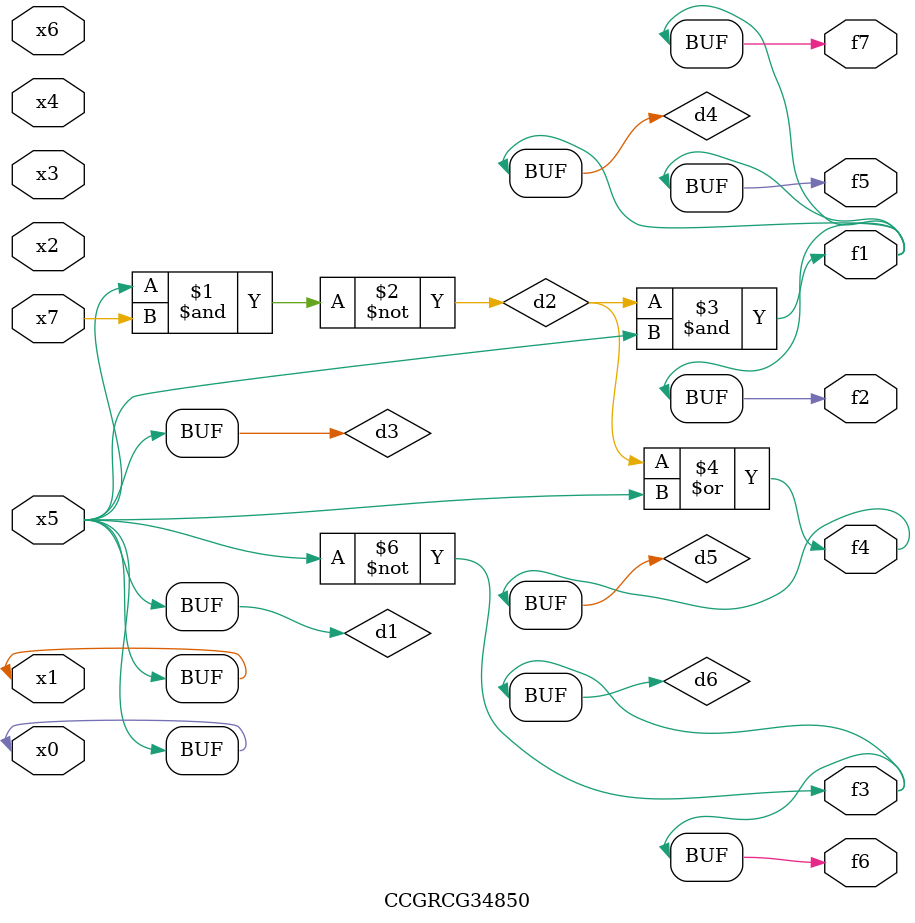
<source format=v>
module CCGRCG34850(
	input x0, x1, x2, x3, x4, x5, x6, x7,
	output f1, f2, f3, f4, f5, f6, f7
);

	wire d1, d2, d3, d4, d5, d6;

	buf (d1, x0, x5);
	nand (d2, x5, x7);
	buf (d3, x0, x1);
	and (d4, d2, d3);
	or (d5, d2, d3);
	nor (d6, d1, d3);
	assign f1 = d4;
	assign f2 = d4;
	assign f3 = d6;
	assign f4 = d5;
	assign f5 = d4;
	assign f6 = d6;
	assign f7 = d4;
endmodule

</source>
